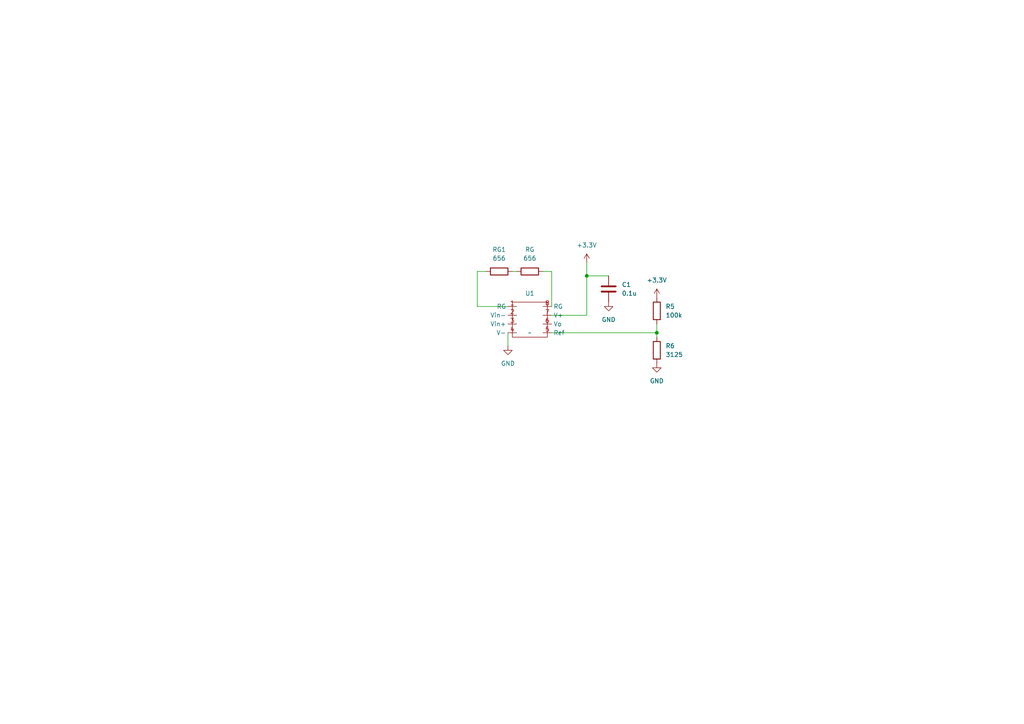
<source format=kicad_sch>
(kicad_sch (version 20230121) (generator eeschema)
  (paper "A4")
  (title_block (title "Load cell amplifier"))
  (lib_symbols
    (symbol "Device:C" (pin_numbers hide) (pin_names (offset 0.254))
      (property "Reference" "C" (at 0.635 2.54 0))
      (property "Value" "C" (at 0.635 -2.54 0))
      (symbol "C_0_1"
        (polyline (pts (xy -2.032 -0.762) (xy 2.032 -0.762)) (stroke (width 0.508)))
        (polyline (pts (xy -2.032 0.762) (xy 2.032 0.762)) (stroke (width 0.508)))
      )
      (symbol "C_1_1"
        (pin passive line (at 0 3.81 270) (length 2.794) (name "~") (number "1"))
        (pin passive line (at 0 -3.81 90) (length 2.794) (name "~") (number "2"))
      )
    )
    (symbol "Device:R" (pin_numbers hide) (pin_names (offset 0))
      (property "Reference" "R" (at 2.032 0 90))
      (property "Value" "R" (at 0 0 90))
      (symbol "R_0_1"
        (rectangle (start -1.016 -2.54) (end 1.016 2.54) (stroke (width 0.254)))
      )
      (symbol "R_1_1"
        (pin passive line (at 0 3.81 270) (length 1.27) (name "~") (number "1"))
        (pin passive line (at 0 -3.81 90) (length 1.27) (name "~") (number "2"))
      )
    )
    (symbol "New_Library:INA122P"
      (property "Reference" "U" (at 0 0 0))
      (symbol "INA122P_0_1"
        (rectangle (start -5.08 5.08) (end 5.08 -5.08))
      )
      (symbol "INA122P_1_1"
        (pin bidirectional line (at -3.81 3.81 180) (length 2.54) (name "RG") (number "1"))
        (pin input line (at -3.81 1.27 180) (length 2.54) (name "Vin-") (number "2"))
        (pin input line (at -3.81 -1.27 180) (length 2.54) (name "Vin+") (number "3"))
        (pin power_out line (at -3.81 -3.81 180) (length 2.54) (name "V-") (number "4"))
        (pin input line (at 3.81 -3.81 0) (length 2.54) (name "Ref") (number "5"))
        (pin output line (at 3.81 -1.27 0) (length 2.54) (name "Vo") (number "6"))
        (pin power_in line (at 3.81 1.27 0) (length 2.54) (name "V+") (number "7"))
        (pin bidirectional line (at 3.81 3.81 0) (length 2.54) (name "RG") (number "8"))
      )
    )
    (symbol "power:+3.3V" (power) (pin_names (offset 0))
      (property "Value" "+3.3V" (at 0 3.556 0))
      (symbol "+3.3V_0_1"
        (polyline (pts (xy -0.762 1.27) (xy 0 2.54)))
        (polyline (pts (xy 0 0) (xy 0 2.54)))
        (polyline (pts (xy 0 2.54) (xy 0.762 1.27)))
      )
      (symbol "+3.3V_1_1"
        (pin power_in line (at 0 0 90) (length 0) hide (name "+3.3V") (number "1"))
      )
    )
    (symbol "power:GND" (power) (pin_names (offset 0))
      (property "Value" "GND" (at 0 -3.81 0))
      (symbol "GND_0_1"
        (polyline (pts (xy 0 0) (xy 0 -1.27) (xy 1.27 -1.27) (xy 0 -2.54) (xy -1.27 -1.27) (xy 0 -1.27)))
      )
      (symbol "GND_1_1"
        (pin power_in line (at 0 0 270) (length 0) hide (name "GND") (number "1"))
      )
    )
  )
  (junction (at 170.18 80.01))
  (junction (at 190.5 96.52))
  (wire (pts (xy 147.32 96.52) (xy 147.32 100.33)))
  (wire (pts (xy 170.18 80.01) (xy 170.18 91.44)))
  (wire (pts (xy 157.48 78.74) (xy 160.02 78.74)))
  (wire (pts (xy 147.32 88.9) (xy 138.43 88.9)))
  (wire (pts (xy 170.18 80.01) (xy 176.53 80.01)))
  (wire (pts (xy 190.5 96.52) (xy 190.5 97.79)))
  (wire (pts (xy 160.02 96.52) (xy 190.5 96.52)))
  (wire (pts (xy 170.18 91.44) (xy 160.02 91.44)))
  (wire (pts (xy 190.5 93.98) (xy 190.5 96.52)))
  (wire (pts (xy 138.43 88.9) (xy 138.43 78.74)))
  (wire (pts (xy 170.18 76.2) (xy 170.18 80.01)))
  (wire (pts (xy 160.02 88.9) (xy 160.02 78.74)))
  (wire (pts (xy 138.43 78.74) (xy 140.97 78.74)))
  (wire (pts (xy 148.59 78.74) (xy 149.86 78.74)))
  (symbol (lib_id "power:GND") (at 190.5 105.41 0) (unit 1)
    (property "Reference" "#PWR06" (effects hide))
    (property "Value" "GND" (at 190.5 110.49 0))
  )
  (symbol (lib_id "Device:C") (at 176.53 83.82 0) (unit 1)
    (property "Reference" "C1" (at 180.34 82.55 0) (effects (justify left)))
    (property "Value" "0.1u" (at 180.34 85.09 0) (effects (justify left)))
  )
  (symbol (lib_id "New_Library:INA122P") (at 153.67 92.71 0) (unit 1)
    (property "Reference" "U1" (at 153.67 85.09 0))
    (property "Value" "~" (at 153.67 96.52 0))
  )
  (symbol (lib_id "power:GND") (at 176.53 87.63 0) (unit 1)
    (property "Reference" "#PWR07" (effects hide))
    (property "Value" "GND" (at 176.53 92.71 0))
  )
  (symbol (lib_id "Device:R") (at 153.67 78.74 270) (unit 1)
    (property "Reference" "RG" (at 153.67 72.39 90))
    (property "Value" "656" (at 153.67 74.93 90))
  )
  (symbol (lib_id "power:+3.3V") (at 190.5 86.36 0) (unit 1)
    (property "Reference" "#PWR05" (effects hide))
    (property "Value" "+3.3V" (at 190.5 81.28 0))
  )
  (symbol (lib_id "Device:R") (at 190.5 101.6 0) (unit 1)
    (property "Reference" "R6" (at 193.04 100.33 0) (effects (justify left)))
    (property "Value" "3125" (at 193.04 102.87 0) (effects (justify left)))
  )
  (symbol (lib_id "power:+3.3V") (at 170.18 76.2 0) (unit 1)
    (property "Reference" "#PWR04" (effects hide))
    (property "Value" "+3.3V" (at 170.18 71.12 0))
  )
  (symbol (lib_id "power:GND") (at 147.32 100.33 0) (unit 1)
    (property "Reference" "#PWR03" (effects hide))
    (property "Value" "GND" (at 147.32 105.41 0))
  )
  (symbol (lib_id "Device:R") (at 144.78 78.74 270) (unit 1)
    (property "Reference" "RG1" (at 144.78 72.39 90))
    (property "Value" "656" (at 144.78 74.93 90))
  )
  (symbol (lib_id "Device:R") (at 190.5 90.17 0) (unit 1)
    (property "Reference" "R5" (at 193.04 88.9 0) (effects (justify left)))
    (property "Value" "100k" (at 193.04 91.44 0) (effects (justify left)))
  )
)
</source>
